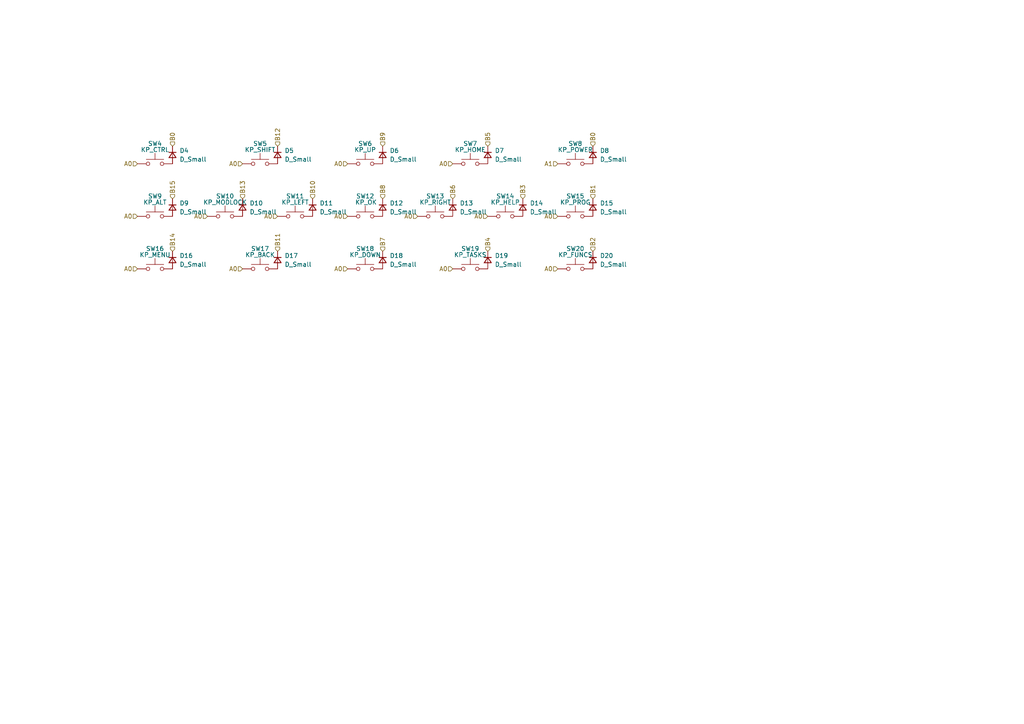
<source format=kicad_sch>
(kicad_sch (version 20230121) (generator eeschema)
  (paper "A4")
  (lib_symbols
    (symbol "custom:button" (pin_numbers hide) (pin_names hide)
      (property "Reference" "U" (at 0 5.08 0))
      (symbol "button_0_1"
        (circle (center -2.032 0) (radius 0.508))
        (polyline (pts (xy 0 1.27) (xy 0 3.048)))
        (polyline (pts (xy 2.54 1.27) (xy -2.54 1.27)))
        (circle (center 2.032 0) (radius 0.508))
      )
      (symbol "button_1_1"
        (pin passive line (at -5.08 0 0) (length 2.54) (name "1") (number "1"))
        (pin passive line (at 5.08 0 180) (length 2.54) (name "2") (number "2"))
      )
    )
    (symbol "custom:diode" (pin_numbers hide) (pin_names hide)
      (property "Reference" "U" (at 0 2.54 0))
      (symbol "diode_0_1"
        (polyline (pts (xy -0.762 -1.016) (xy -0.762 1.016)) (stroke (width 0.254)))
        (polyline (pts (xy -0.762 0) (xy 0.762 0)))
        (polyline (pts (xy 0.762 -1.016) (xy -0.762 0) (xy 0.762 1.016) (xy 0.762 -1.016)) (stroke (width 0.254)))
      )
      (symbol "diode_1_1"
        (pin passive line (at -2.54 0 0) (length 1.778) (name "K") (number "1"))
        (pin passive line (at 2.54 0 180) (length 1.778) (name "A") (number "2"))
      )
    )
  )
  (hierarchical_label "A0" (shape input) (at 39.878 47.498 180))
  (hierarchical_label "B0" (shape input) (at 50.038 42.418 90))
  (hierarchical_label "A0" (shape input) (at 121.158 62.738 180))
  (hierarchical_label "B2" (shape input) (at 171.958 72.898 90))
  (hierarchical_label "A0" (shape input) (at 80.518 62.738 180))
  (hierarchical_label "B14" (shape input) (at 50.038 72.898 90))
  (hierarchical_label "B11" (shape input) (at 80.518 72.898 90))
  (hierarchical_label "B0" (shape input) (at 171.958 42.418 90))
  (hierarchical_label "A0" (shape input) (at 39.878 62.738 180))
  (hierarchical_label "B6" (shape input) (at 131.318 57.658 90))
  (hierarchical_label "A0" (shape input) (at 131.318 77.978 180))
  (hierarchical_label "B7" (shape input) (at 110.998 72.898 90))
  (hierarchical_label "A0" (shape input) (at 100.838 47.498 180))
  (hierarchical_label "A0" (shape input) (at 39.878 77.978 180))
  (hierarchical_label "B4" (shape input) (at 141.478 72.898 90))
  (hierarchical_label "A1" (shape input) (at 161.798 47.498 180))
  (hierarchical_label "B8" (shape input) (at 110.998 57.658 90))
  (hierarchical_label "A0" (shape input) (at 161.798 62.738 180))
  (hierarchical_label "A0" (shape input) (at 161.798 77.978 180))
  (hierarchical_label "B5" (shape input) (at 141.478 42.418 90))
  (hierarchical_label "B9" (shape input) (at 110.998 42.418 90))
  (hierarchical_label "B15" (shape input) (at 50.038 57.658 90))
  (hierarchical_label "A0" (shape input) (at 141.478 62.738 180))
  (hierarchical_label "A0" (shape input) (at 70.358 47.498 180))
  (hierarchical_label "A0" (shape input) (at 70.358 77.978 180))
  (hierarchical_label "B10" (shape input) (at 90.678 57.658 90))
  (hierarchical_label "B3" (shape input) (at 151.638 57.658 90))
  (hierarchical_label "A0" (shape input) (at 100.838 77.978 180))
  (hierarchical_label "B1" (shape input) (at 171.958 57.658 90))
  (hierarchical_label "B12" (shape input) (at 80.518 42.418 90))
  (hierarchical_label "B13" (shape input) (at 70.358 57.658 90))
  (hierarchical_label "A0" (shape input) (at 60.198 62.738 180))
  (hierarchical_label "A0" (shape input) (at 131.318 47.498 180))
  (hierarchical_label "A0" (shape input) (at 100.838 62.738 180))
  (symbol (lib_id "custom:button") (at 44.958 62.738 0) (unit 1)
    (property "Reference" "SW9" (at 44.958 56.896 0))
    (property "Value" "KP_ALT" (at 44.958 58.674 0))
    (property "Footprint" "Button_Switch_SMD:SW_Tactile_SPST_NO_Straight_CK_PTS636Sx25SMTRLFS" (effects hide))
  )
  (symbol (lib_id "custom:diode") (at 131.318 60.198 270) (unit 1)
    (property "Reference" "D13" (at 133.35 58.928 90) (effects (justify left)))
    (property "Value" "D_Small" (at 133.35 61.468 90) (effects (justify left)))
    (property "Footprint" "footprints:SMA_SDS" (effects hide))
    (property "Sim.Device" "D" (effects hide))
    (property "Sim.Pins" "1=K 2=A" (effects hide))
  )
  (symbol (lib_id "custom:diode") (at 141.478 75.438 270) (unit 1)
    (property "Reference" "D19" (at 143.51 74.168 90) (effects (justify left)))
    (property "Value" "D_Small" (at 143.51 76.708 90) (effects (justify left)))
    (property "Footprint" "footprints:SMA_SDS" (effects hide))
    (property "Sim.Device" "D" (effects hide))
    (property "Sim.Pins" "1=K 2=A" (effects hide))
  )
  (symbol (lib_id "custom:diode") (at 50.038 60.198 270) (unit 1)
    (property "Reference" "D9" (at 52.07 58.928 90) (effects (justify left)))
    (property "Value" "D_Small" (at 52.07 61.468 90) (effects (justify left)))
    (property "Footprint" "footprints:SMA_SDS" (effects hide))
    (property "Sim.Device" "D" (effects hide))
    (property "Sim.Pins" "1=K 2=A" (effects hide))
  )
  (symbol (lib_id "custom:button") (at 44.958 47.498 0) (unit 1)
    (property "Reference" "SW4" (at 44.958 41.656 0))
    (property "Value" "KP_CTRL" (at 44.958 43.434 0))
    (property "Footprint" "Button_Switch_SMD:SW_Tactile_SPST_NO_Straight_CK_PTS636Sx25SMTRLFS" (effects hide))
  )
  (symbol (lib_id "custom:diode") (at 141.478 44.958 270) (unit 1)
    (property "Reference" "D7" (at 143.51 43.688 90) (effects (justify left)))
    (property "Value" "D_Small" (at 143.51 46.228 90) (effects (justify left)))
    (property "Footprint" "footprints:SMA_SDS" (effects hide))
    (property "Sim.Device" "D" (effects hide))
    (property "Sim.Pins" "1=K 2=A" (effects hide))
  )
  (symbol (lib_id "custom:diode") (at 171.958 44.958 270) (unit 1)
    (property "Reference" "D8" (at 173.99 43.688 90) (effects (justify left)))
    (property "Value" "D_Small" (at 173.99 46.228 90) (effects (justify left)))
    (property "Footprint" "footprints:SMA_SDS" (effects hide))
    (property "Sim.Device" "D" (effects hide))
    (property "Sim.Pins" "1=K 2=A" (effects hide))
  )
  (symbol (lib_id "custom:button") (at 75.438 47.498 0) (unit 1)
    (property "Reference" "SW5" (at 75.438 41.656 0))
    (property "Value" "KP_SHIFT" (at 75.438 43.434 0))
    (property "Footprint" "Button_Switch_SMD:SW_Tactile_SPST_NO_Straight_CK_PTS636Sx25SMTRLFS" (effects hide))
  )
  (symbol (lib_id "custom:diode") (at 50.038 75.438 270) (unit 1)
    (property "Reference" "D16" (at 52.07 74.168 90) (effects (justify left)))
    (property "Value" "D_Small" (at 52.07 76.708 90) (effects (justify left)))
    (property "Footprint" "footprints:SMA_SDS" (effects hide))
    (property "Sim.Device" "D" (effects hide))
    (property "Sim.Pins" "1=K 2=A" (effects hide))
  )
  (symbol (lib_id "custom:button") (at 105.918 77.978 0) (unit 1)
    (property "Reference" "SW18" (at 105.918 72.136 0))
    (property "Value" "KP_DOWN" (at 105.918 73.914 0))
    (property "Footprint" "Button_Switch_SMD:SW_Tactile_SPST_NO_Straight_CK_PTS636Sx25SMTRLFS" (effects hide))
  )
  (symbol (lib_id "custom:button") (at 126.238 62.738 0) (unit 1)
    (property "Reference" "SW13" (at 126.238 56.896 0))
    (property "Value" "KP_RIGHT" (at 126.238 58.674 0))
    (property "Footprint" "Button_Switch_SMD:SW_Tactile_SPST_NO_Straight_CK_PTS636Sx25SMTRLFS" (effects hide))
  )
  (symbol (lib_id "custom:button") (at 85.598 62.738 0) (unit 1)
    (property "Reference" "SW11" (at 85.598 56.896 0))
    (property "Value" "KP_LEFT" (at 85.598 58.674 0))
    (property "Footprint" "Button_Switch_SMD:SW_Tactile_SPST_NO_Straight_CK_PTS636Sx25SMTRLFS" (effects hide))
  )
  (symbol (lib_id "custom:button") (at 166.878 62.738 0) (unit 1)
    (property "Reference" "SW15" (at 166.878 56.896 0))
    (property "Value" "KP_PROG" (at 166.878 58.674 0))
    (property "Footprint" "Button_Switch_SMD:SW_Tactile_SPST_NO_Straight_CK_PTS636Sx25SMTRLFS" (effects hide))
  )
  (symbol (lib_id "custom:button") (at 75.438 77.978 0) (unit 1)
    (property "Reference" "SW17" (at 75.438 72.136 0))
    (property "Value" "KP_BACK" (at 75.438 73.914 0))
    (property "Footprint" "Button_Switch_SMD:SW_Tactile_SPST_NO_Straight_CK_PTS636Sx25SMTRLFS" (effects hide))
  )
  (symbol (lib_id "custom:button") (at 105.918 62.738 0) (unit 1)
    (property "Reference" "SW12" (at 105.918 56.896 0))
    (property "Value" "KP_OK" (at 106.172 58.674 0))
    (property "Footprint" "Button_Switch_SMD:SW_Tactile_SPST_NO_Straight_CK_PTS636Sx25SMTRLFS" (effects hide))
  )
  (symbol (lib_id "custom:diode") (at 171.958 60.198 270) (unit 1)
    (property "Reference" "D15" (at 173.99 58.928 90) (effects (justify left)))
    (property "Value" "D_Small" (at 173.99 61.468 90) (effects (justify left)))
    (property "Footprint" "footprints:SMA_SDS" (effects hide))
    (property "Sim.Device" "D" (effects hide))
    (property "Sim.Pins" "1=K 2=A" (effects hide))
  )
  (symbol (lib_id "custom:diode") (at 151.638 60.198 270) (unit 1)
    (property "Reference" "D14" (at 153.67 58.928 90) (effects (justify left)))
    (property "Value" "D_Small" (at 153.67 61.468 90) (effects (justify left)))
    (property "Footprint" "footprints:SMA_SDS" (effects hide))
    (property "Sim.Device" "D" (effects hide))
    (property "Sim.Pins" "1=K 2=A" (effects hide))
  )
  (symbol (lib_id "custom:diode") (at 90.678 60.198 270) (unit 1)
    (property "Reference" "D11" (at 92.71 58.928 90) (effects (justify left)))
    (property "Value" "D_Small" (at 92.71 61.468 90) (effects (justify left)))
    (property "Footprint" "footprints:SMA_SDS" (effects hide))
    (property "Sim.Device" "D" (effects hide))
    (property "Sim.Pins" "1=K 2=A" (effects hide))
  )
  (symbol (lib_id "custom:button") (at 166.878 47.498 0) (unit 1)
    (property "Reference" "SW8" (at 166.878 41.656 0))
    (property "Value" "KP_POWER" (at 166.878 43.434 0))
    (property "Footprint" "Button_Switch_SMD:SW_Tactile_SPST_NO_Straight_CK_PTS636Sx25SMTRLFS" (effects hide))
  )
  (symbol (lib_id "custom:button") (at 65.278 62.738 0) (unit 1)
    (property "Reference" "SW10" (at 65.278 56.896 0))
    (property "Value" "KP_MODLOCK" (at 65.278 58.674 0))
    (property "Footprint" "Button_Switch_SMD:SW_Tactile_SPST_NO_Straight_CK_PTS636Sx25SMTRLFS" (effects hide))
  )
  (symbol (lib_id "custom:diode") (at 80.518 44.958 270) (unit 1)
    (property "Reference" "D5" (at 82.55 43.688 90) (effects (justify left)))
    (property "Value" "D_Small" (at 82.55 46.228 90) (effects (justify left)))
    (property "Footprint" "footprints:SMA_SDS" (effects hide))
    (property "Sim.Device" "D" (effects hide))
    (property "Sim.Pins" "1=K 2=A" (effects hide))
  )
  (symbol (lib_id "custom:diode") (at 80.518 75.438 270) (unit 1)
    (property "Reference" "D17" (at 82.55 74.168 90) (effects (justify left)))
    (property "Value" "D_Small" (at 82.55 76.708 90) (effects (justify left)))
    (property "Footprint" "footprints:SMA_SDS" (effects hide))
    (property "Sim.Device" "D" (effects hide))
    (property "Sim.Pins" "1=K 2=A" (effects hide))
  )
  (symbol (lib_id "custom:button") (at 136.398 47.498 0) (unit 1)
    (property "Reference" "SW7" (at 136.398 41.656 0))
    (property "Value" "KP_HOME" (at 136.398 43.434 0))
    (property "Footprint" "Button_Switch_SMD:SW_Tactile_SPST_NO_Straight_CK_PTS636Sx25SMTRLFS" (effects hide))
  )
  (symbol (lib_id "custom:diode") (at 110.998 75.438 270) (unit 1)
    (property "Reference" "D18" (at 113.03 74.168 90) (effects (justify left)))
    (property "Value" "D_Small" (at 113.03 76.708 90) (effects (justify left)))
    (property "Footprint" "footprints:SMA_SDS" (effects hide))
    (property "Sim.Device" "D" (effects hide))
    (property "Sim.Pins" "1=K 2=A" (effects hide))
  )
  (symbol (lib_id "custom:button") (at 44.958 77.978 0) (unit 1)
    (property "Reference" "SW16" (at 44.958 72.136 0))
    (property "Value" "KP_MENU" (at 44.958 73.914 0))
    (property "Footprint" "Button_Switch_SMD:SW_Tactile_SPST_NO_Straight_CK_PTS636Sx25SMTRLFS" (effects hide))
  )
  (symbol (lib_id "custom:diode") (at 110.998 60.198 270) (unit 1)
    (property "Reference" "D12" (at 113.03 58.928 90) (effects (justify left)))
    (property "Value" "D_Small" (at 113.03 61.468 90) (effects (justify left)))
    (property "Footprint" "footprints:SMA_SDS" (effects hide))
    (property "Sim.Device" "D" (effects hide))
    (property "Sim.Pins" "1=K 2=A" (effects hide))
  )
  (symbol (lib_id "custom:diode") (at 110.998 44.958 270) (unit 1)
    (property "Reference" "D6" (at 113.03 43.688 90) (effects (justify left)))
    (property "Value" "D_Small" (at 113.03 46.228 90) (effects (justify left)))
    (property "Footprint" "footprints:SMA_SDS" (effects hide))
    (property "Sim.Device" "D" (effects hide))
    (property "Sim.Pins" "1=K 2=A" (effects hide))
  )
  (symbol (lib_id "custom:button") (at 146.558 62.738 0) (unit 1)
    (property "Reference" "SW14" (at 146.558 56.896 0))
    (property "Value" "KP_HELP" (at 146.558 58.674 0))
    (property "Footprint" "Button_Switch_SMD:SW_Tactile_SPST_NO_Straight_CK_PTS636Sx25SMTRLFS" (effects hide))
  )
  (symbol (lib_id "custom:button") (at 136.398 77.978 0) (unit 1)
    (property "Reference" "SW19" (at 136.398 72.136 0))
    (property "Value" "KP_TASKS" (at 136.398 73.914 0))
    (property "Footprint" "Button_Switch_SMD:SW_Tactile_SPST_NO_Straight_CK_PTS636Sx25SMTRLFS" (effects hide))
  )
  (symbol (lib_id "custom:diode") (at 171.958 75.438 270) (unit 1)
    (property "Reference" "D20" (at 173.99 74.168 90) (effects (justify left)))
    (property "Value" "D_Small" (at 173.99 76.708 90) (effects (justify left)))
    (property "Footprint" "footprints:SMA_SDS" (effects hide))
    (property "Sim.Device" "D" (effects hide))
    (property "Sim.Pins" "1=K 2=A" (effects hide))
  )
  (symbol (lib_id "custom:button") (at 166.878 77.978 0) (unit 1)
    (property "Reference" "SW20" (at 166.878 72.136 0))
    (property "Value" "KP_FUNCS" (at 166.878 73.914 0))
    (property "Footprint" "Button_Switch_SMD:SW_Tactile_SPST_NO_Straight_CK_PTS636Sx25SMTRLFS" (effects hide))
  )
  (symbol (lib_id "custom:diode") (at 70.358 60.198 270) (unit 1)
    (property "Reference" "D10" (at 72.39 58.928 90) (effects (justify left)))
    (property "Value" "D_Small" (at 72.39 61.468 90) (effects (justify left)))
    (property "Footprint" "footprints:SMA_SDS" (effects hide))
    (property "Sim.Device" "D" (effects hide))
    (property "Sim.Pins" "1=K 2=A" (effects hide))
  )
  (symbol (lib_id "custom:button") (at 105.918 47.498 0) (unit 1)
    (property "Reference" "SW6" (at 105.918 41.656 0))
    (property "Value" "KP_UP" (at 105.918 43.434 0))
    (property "Footprint" "Button_Switch_SMD:SW_Tactile_SPST_NO_Straight_CK_PTS636Sx25SMTRLFS" (effects hide))
  )
  (symbol (lib_id "custom:diode") (at 50.038 44.958 270) (unit 1)
    (property "Reference" "D4" (at 52.07 43.688 90) (effects (justify left)))
    (property "Value" "D_Small" (at 52.07 46.228 90) (effects (justify left)))
    (property "Footprint" "footprints:SMA_SDS" (effects hide))
    (property "Sim.Device" "D" (effects hide))
    (property "Sim.Pins" "1=K 2=A" (effects hide))
  )
)
</source>
